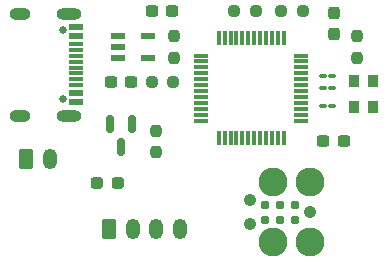
<source format=gbr>
%TF.GenerationSoftware,KiCad,Pcbnew,(6.0.7)*%
%TF.CreationDate,2022-09-26T20:50:42-04:00*%
%TF.ProjectId,STM32G4_USB_PD,53544d33-3247-4345-9f55-53425f50442e,rev?*%
%TF.SameCoordinates,Original*%
%TF.FileFunction,Soldermask,Top*%
%TF.FilePolarity,Negative*%
%FSLAX46Y46*%
G04 Gerber Fmt 4.6, Leading zero omitted, Abs format (unit mm)*
G04 Created by KiCad (PCBNEW (6.0.7)) date 2022-09-26 20:50:42*
%MOMM*%
%LPD*%
G01*
G04 APERTURE LIST*
G04 Aperture macros list*
%AMRoundRect*
0 Rectangle with rounded corners*
0 $1 Rounding radius*
0 $2 $3 $4 $5 $6 $7 $8 $9 X,Y pos of 4 corners*
0 Add a 4 corners polygon primitive as box body*
4,1,4,$2,$3,$4,$5,$6,$7,$8,$9,$2,$3,0*
0 Add four circle primitives for the rounded corners*
1,1,$1+$1,$2,$3*
1,1,$1+$1,$4,$5*
1,1,$1+$1,$6,$7*
1,1,$1+$1,$8,$9*
0 Add four rect primitives between the rounded corners*
20,1,$1+$1,$2,$3,$4,$5,0*
20,1,$1+$1,$4,$5,$6,$7,0*
20,1,$1+$1,$6,$7,$8,$9,0*
20,1,$1+$1,$8,$9,$2,$3,0*%
G04 Aperture macros list end*
%ADD10C,2.451000*%
%ADD11C,1.067000*%
%ADD12C,0.787000*%
%ADD13RoundRect,0.237500X-0.237500X0.250000X-0.237500X-0.250000X0.237500X-0.250000X0.237500X0.250000X0*%
%ADD14RoundRect,0.100000X-0.217500X-0.100000X0.217500X-0.100000X0.217500X0.100000X-0.217500X0.100000X0*%
%ADD15RoundRect,0.237500X-0.250000X-0.237500X0.250000X-0.237500X0.250000X0.237500X-0.250000X0.237500X0*%
%ADD16R,0.889000X1.016000*%
%ADD17C,0.609600*%
%ADD18O,1.803400X0.990600*%
%ADD19O,2.108200X0.990600*%
%ADD20C,0.660400*%
%ADD21R,1.143000X0.584200*%
%ADD22R,1.143000X0.304800*%
%ADD23RoundRect,0.237500X-0.287500X-0.237500X0.287500X-0.237500X0.287500X0.237500X-0.287500X0.237500X0*%
%ADD24R,1.200000X0.600000*%
%ADD25RoundRect,0.237500X-0.300000X-0.237500X0.300000X-0.237500X0.300000X0.237500X-0.300000X0.237500X0*%
%ADD26RoundRect,0.237500X0.237500X-0.287500X0.237500X0.287500X-0.237500X0.287500X-0.237500X-0.287500X0*%
%ADD27RoundRect,0.250000X-0.350000X-0.625000X0.350000X-0.625000X0.350000X0.625000X-0.350000X0.625000X0*%
%ADD28O,1.200000X1.750000*%
%ADD29R,0.304800X1.193800*%
%ADD30R,1.193800X0.304800*%
%ADD31RoundRect,0.237500X0.250000X0.237500X-0.250000X0.237500X-0.250000X-0.237500X0.250000X-0.237500X0*%
%ADD32RoundRect,0.237500X0.300000X0.237500X-0.300000X0.237500X-0.300000X-0.237500X0.300000X-0.237500X0*%
%ADD33RoundRect,0.150000X-0.150000X0.587500X-0.150000X-0.587500X0.150000X-0.587500X0.150000X0.587500X0*%
G04 APERTURE END LIST*
D10*
%TO.C,J2*%
X110365000Y-89040000D03*
X113540000Y-89040000D03*
X113540000Y-83960000D03*
D11*
X108460000Y-85484000D03*
X108460000Y-87516000D03*
X113540000Y-86500000D03*
D10*
X110365000Y-83960000D03*
D12*
X112270000Y-85865000D03*
X112270000Y-87135000D03*
X111000000Y-85865000D03*
X111000000Y-87135000D03*
X109730000Y-85865000D03*
X109730000Y-87135000D03*
%TD*%
D13*
%TO.C,R3*%
X102000000Y-71587500D03*
X102000000Y-73412500D03*
%TD*%
D14*
%TO.C,C6*%
X114592500Y-75000000D03*
X115407500Y-75000000D03*
%TD*%
D15*
%TO.C,R1*%
X107087500Y-69500000D03*
X108912500Y-69500000D03*
%TD*%
D14*
%TO.C,C3*%
X114592500Y-76000000D03*
X115407500Y-76000000D03*
%TD*%
D16*
%TO.C,XTAL1*%
X118800100Y-77604900D03*
X118800100Y-75395100D03*
X117199900Y-75395100D03*
X117199900Y-77604900D03*
%TD*%
D17*
%TO.C,J1*%
X89333900Y-69680000D03*
X93666300Y-78320000D03*
X92574100Y-78320000D03*
X88546500Y-78320000D03*
X88546500Y-69680000D03*
X89333900Y-78320000D03*
X93666300Y-69679998D03*
X92574100Y-69679998D03*
D18*
X88940200Y-69679998D03*
X88940200Y-78320002D03*
D19*
X93120200Y-69679998D03*
X93120200Y-78320002D03*
D20*
X92620201Y-71110001D03*
X92620201Y-76889999D03*
D21*
X93695200Y-70800000D03*
X93695200Y-71599999D03*
D22*
X93695200Y-72750000D03*
X93695200Y-73750000D03*
X93695200Y-74250000D03*
X93695200Y-75250000D03*
D21*
X93695200Y-77200000D03*
X93695200Y-76400001D03*
D22*
X93695200Y-75749999D03*
X93695200Y-74750001D03*
X93695200Y-73249999D03*
X93695200Y-72250001D03*
%TD*%
D23*
%TO.C,D1*%
X95500000Y-84000000D03*
X97250000Y-84000000D03*
%TD*%
D24*
%TO.C,U2*%
X97250000Y-71550000D03*
X97250000Y-72500000D03*
X97250000Y-73450000D03*
X99750000Y-73450000D03*
X99750000Y-71550000D03*
%TD*%
D25*
%TO.C,C4*%
X96637500Y-75500000D03*
X98362500Y-75500000D03*
%TD*%
D26*
%TO.C,D2*%
X115500000Y-71375000D03*
X115500000Y-69625000D03*
%TD*%
D14*
%TO.C,C2*%
X114592500Y-77500000D03*
X115407500Y-77500000D03*
%TD*%
D15*
%TO.C,R2*%
X111087500Y-69500000D03*
X112912500Y-69500000D03*
%TD*%
D27*
%TO.C,J4*%
X89500000Y-81950000D03*
D28*
X91500000Y-81950000D03*
%TD*%
D29*
%TO.C,U1*%
X111273800Y-80234199D03*
X110773801Y-80234199D03*
X110273799Y-80234199D03*
X109773800Y-80234199D03*
X109273801Y-80234199D03*
X108773800Y-80234199D03*
X108273800Y-80234199D03*
X107773799Y-80234199D03*
X107273800Y-80234199D03*
X106773801Y-80234199D03*
X106273799Y-80234199D03*
X105773800Y-80234199D03*
D30*
X104273801Y-78734200D03*
X104273801Y-78234201D03*
X104273801Y-77734199D03*
X104273801Y-77234200D03*
X104273801Y-76734201D03*
X104273801Y-76234200D03*
X104273801Y-75734200D03*
X104273801Y-75234199D03*
X104273801Y-74734200D03*
X104273801Y-74234201D03*
X104273801Y-73734199D03*
X104273801Y-73234200D03*
D29*
X105773800Y-71734201D03*
X106273799Y-71734201D03*
X106773801Y-71734201D03*
X107273800Y-71734201D03*
X107773799Y-71734201D03*
X108273800Y-71734201D03*
X108773800Y-71734201D03*
X109273801Y-71734201D03*
X109773800Y-71734201D03*
X110273799Y-71734201D03*
X110773801Y-71734201D03*
X111273800Y-71734201D03*
D30*
X112773799Y-73234200D03*
X112773799Y-73734199D03*
X112773799Y-74234201D03*
X112773799Y-74734200D03*
X112773799Y-75234199D03*
X112773799Y-75734200D03*
X112773799Y-76234200D03*
X112773799Y-76734201D03*
X112773799Y-77234200D03*
X112773799Y-77734199D03*
X112773799Y-78234201D03*
X112773799Y-78734200D03*
%TD*%
D31*
%TO.C,R4*%
X101912500Y-75500000D03*
X100087500Y-75500000D03*
%TD*%
D25*
%TO.C,C1*%
X114637500Y-80500000D03*
X116362500Y-80500000D03*
%TD*%
D32*
%TO.C,C5*%
X101862500Y-69500000D03*
X100137500Y-69500000D03*
%TD*%
D13*
%TO.C,R5*%
X100500000Y-79587500D03*
X100500000Y-81412500D03*
%TD*%
D33*
%TO.C,Q1*%
X98450000Y-79062500D03*
X96550000Y-79062500D03*
X97500000Y-80937500D03*
%TD*%
D27*
%TO.C,J3*%
X96500000Y-87950000D03*
D28*
X98500000Y-87950000D03*
X100500000Y-87950000D03*
X102500000Y-87950000D03*
%TD*%
D13*
%TO.C,R6*%
X117500000Y-71587500D03*
X117500000Y-73412500D03*
%TD*%
M02*

</source>
